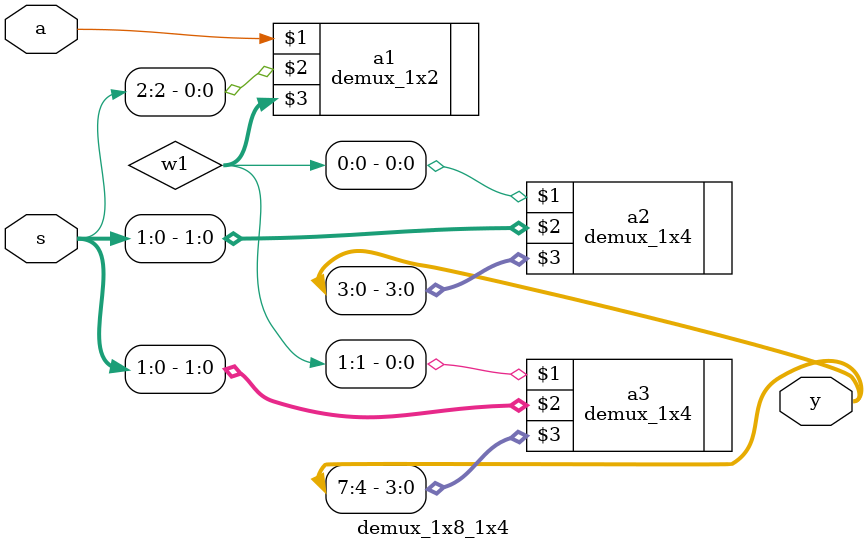
<source format=v>
`timescale 1ns / 1ps


module demux_1x8_1x4(
    input a,
    input [2:0] s,
    output [7:0] y
    );
    wire [1:0]w1;
    
    demux_1x2 a1(a,s[2],w1);
    demux_1x4 a2(w1[0],s[1:0],y[3:0]);
    demux_1x4 a3(w1[1],s[1:0],y[7:4]);
endmodule

</source>
